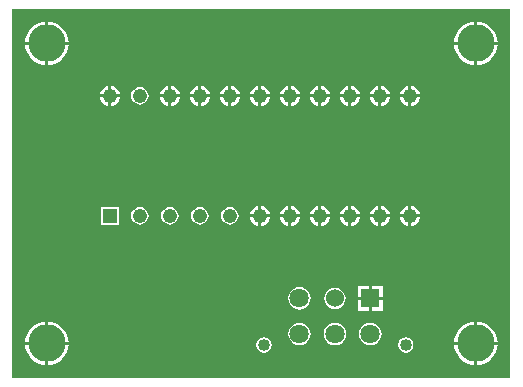
<source format=gtl>
G04*
G04 #@! TF.GenerationSoftware,Altium Limited,Altium Designer,19.1.8 (144)*
G04*
G04 Layer_Physical_Order=1*
G04 Layer_Color=255*
%FSLAX44Y44*%
%MOMM*%
G71*
G01*
G75*
%ADD11C,0.1500*%
%ADD19C,3.1750*%
%ADD20R,1.5830X1.5830*%
%ADD21C,1.6349*%
%ADD22C,1.5301*%
%ADD23C,1.0201*%
%ADD24R,1.2200X1.2200*%
%ADD25C,1.2200*%
G36*
X497790Y2590D02*
X76250D01*
Y314910D01*
X497790D01*
Y2590D01*
D02*
G37*
%LPC*%
G36*
X469900Y304129D02*
Y287020D01*
X487009D01*
X486779Y289360D01*
X485726Y292831D01*
X484016Y296030D01*
X481714Y298834D01*
X478910Y301136D01*
X475711Y302846D01*
X472240Y303899D01*
X469900Y304129D01*
D02*
G37*
G36*
X467360D02*
X465020Y303899D01*
X461549Y302846D01*
X458350Y301136D01*
X455546Y298834D01*
X453244Y296030D01*
X451534Y292831D01*
X450481Y289360D01*
X450251Y287020D01*
X467360D01*
Y304129D01*
D02*
G37*
G36*
X106680D02*
Y287020D01*
X123789D01*
X123559Y289360D01*
X122506Y292831D01*
X120796Y296030D01*
X118494Y298834D01*
X115690Y301136D01*
X112491Y302846D01*
X109020Y303899D01*
X106680Y304129D01*
D02*
G37*
G36*
X104140D02*
X101800Y303899D01*
X98329Y302846D01*
X95130Y301136D01*
X92326Y298834D01*
X90024Y296030D01*
X88314Y292831D01*
X87261Y289360D01*
X87031Y287020D01*
X104140D01*
Y304129D01*
D02*
G37*
G36*
X487009Y284480D02*
X469900D01*
Y267371D01*
X472240Y267601D01*
X475711Y268654D01*
X478910Y270364D01*
X481714Y272666D01*
X484016Y275470D01*
X485726Y278669D01*
X486779Y282140D01*
X487009Y284480D01*
D02*
G37*
G36*
X467360D02*
X450251D01*
X450481Y282140D01*
X451534Y278669D01*
X453244Y275470D01*
X455546Y272666D01*
X458350Y270364D01*
X461549Y268654D01*
X465020Y267601D01*
X467360Y267371D01*
Y284480D01*
D02*
G37*
G36*
X123789D02*
X106680D01*
Y267371D01*
X109020Y267601D01*
X112491Y268654D01*
X115690Y270364D01*
X118494Y272666D01*
X120796Y275470D01*
X122506Y278669D01*
X123559Y282140D01*
X123789Y284480D01*
D02*
G37*
G36*
X104140D02*
X87031D01*
X87261Y282140D01*
X88314Y278669D01*
X90024Y275470D01*
X92326Y272666D01*
X95130Y270364D01*
X98329Y268654D01*
X101800Y267601D01*
X104140Y267371D01*
Y284480D01*
D02*
G37*
G36*
X414020Y249847D02*
Y242570D01*
X421297D01*
X421167Y243556D01*
X420297Y245657D01*
X418912Y247462D01*
X417107Y248847D01*
X415005Y249718D01*
X414020Y249847D01*
D02*
G37*
G36*
X388620D02*
Y242570D01*
X395897D01*
X395768Y243556D01*
X394897Y245657D01*
X393512Y247462D01*
X391707Y248847D01*
X389605Y249718D01*
X388620Y249847D01*
D02*
G37*
G36*
X363220D02*
Y242570D01*
X370497D01*
X370368Y243556D01*
X369497Y245657D01*
X368112Y247462D01*
X366307Y248847D01*
X364205Y249718D01*
X363220Y249847D01*
D02*
G37*
G36*
X337820D02*
Y242570D01*
X345097D01*
X344967Y243556D01*
X344097Y245657D01*
X342712Y247462D01*
X340907Y248847D01*
X338805Y249718D01*
X337820Y249847D01*
D02*
G37*
G36*
X312420D02*
Y242570D01*
X319697D01*
X319568Y243556D01*
X318697Y245657D01*
X317312Y247462D01*
X315507Y248847D01*
X313405Y249718D01*
X312420Y249847D01*
D02*
G37*
G36*
X287020D02*
Y242570D01*
X294297D01*
X294167Y243556D01*
X293297Y245657D01*
X291912Y247462D01*
X290107Y248847D01*
X288005Y249718D01*
X287020Y249847D01*
D02*
G37*
G36*
X261620D02*
Y242570D01*
X268897D01*
X268768Y243556D01*
X267897Y245657D01*
X266512Y247462D01*
X264707Y248847D01*
X262605Y249718D01*
X261620Y249847D01*
D02*
G37*
G36*
X236220D02*
Y242570D01*
X243497D01*
X243368Y243556D01*
X242497Y245657D01*
X241112Y247462D01*
X239307Y248847D01*
X237205Y249718D01*
X236220Y249847D01*
D02*
G37*
G36*
X210820D02*
Y242570D01*
X218097D01*
X217967Y243556D01*
X217097Y245657D01*
X215712Y247462D01*
X213907Y248847D01*
X211805Y249718D01*
X210820Y249847D01*
D02*
G37*
G36*
X160020D02*
Y242570D01*
X167297D01*
X167167Y243556D01*
X166297Y245657D01*
X164912Y247462D01*
X163107Y248847D01*
X161005Y249718D01*
X160020Y249847D01*
D02*
G37*
G36*
X259080D02*
X258095Y249718D01*
X255993Y248847D01*
X254188Y247462D01*
X252803Y245657D01*
X251932Y243556D01*
X251803Y242570D01*
X259080D01*
Y249847D01*
D02*
G37*
G36*
X360680D02*
X359695Y249718D01*
X357593Y248847D01*
X355788Y247462D01*
X354403Y245657D01*
X353532Y243556D01*
X353403Y242570D01*
X360680D01*
Y249847D01*
D02*
G37*
G36*
X335280D02*
X334295Y249718D01*
X332193Y248847D01*
X330388Y247462D01*
X329003Y245657D01*
X328132Y243556D01*
X328003Y242570D01*
X335280D01*
Y249847D01*
D02*
G37*
G36*
X284480D02*
X283494Y249718D01*
X281393Y248847D01*
X279588Y247462D01*
X278203Y245657D01*
X277332Y243556D01*
X277203Y242570D01*
X284480D01*
Y249847D01*
D02*
G37*
G36*
X233680D02*
X232694Y249718D01*
X230593Y248847D01*
X228788Y247462D01*
X227403Y245657D01*
X226532Y243556D01*
X226403Y242570D01*
X233680D01*
Y249847D01*
D02*
G37*
G36*
X386080D02*
X385094Y249718D01*
X382993Y248847D01*
X381188Y247462D01*
X379803Y245657D01*
X378932Y243556D01*
X378803Y242570D01*
X386080D01*
Y249847D01*
D02*
G37*
G36*
X309880D02*
X308895Y249718D01*
X306793Y248847D01*
X304988Y247462D01*
X303603Y245657D01*
X302732Y243556D01*
X302603Y242570D01*
X309880D01*
Y249847D01*
D02*
G37*
G36*
X157480D02*
X156495Y249718D01*
X154393Y248847D01*
X152588Y247462D01*
X151203Y245657D01*
X150332Y243556D01*
X150203Y242570D01*
X157480D01*
Y249847D01*
D02*
G37*
G36*
X208280D02*
X207295Y249718D01*
X205193Y248847D01*
X203388Y247462D01*
X202003Y245657D01*
X201132Y243556D01*
X201003Y242570D01*
X208280D01*
Y249847D01*
D02*
G37*
G36*
X411480D02*
X410494Y249718D01*
X408393Y248847D01*
X406588Y247462D01*
X405203Y245657D01*
X404332Y243556D01*
X404203Y242570D01*
X411480D01*
Y249847D01*
D02*
G37*
G36*
X184150Y248734D02*
X182226Y248480D01*
X180433Y247738D01*
X178894Y246556D01*
X177712Y245017D01*
X176970Y243224D01*
X176716Y241300D01*
X176970Y239376D01*
X177712Y237583D01*
X178894Y236044D01*
X180433Y234862D01*
X182226Y234120D01*
X184150Y233866D01*
X186074Y234120D01*
X187867Y234862D01*
X189406Y236044D01*
X190588Y237583D01*
X191330Y239376D01*
X191583Y241300D01*
X191330Y243224D01*
X190588Y245017D01*
X189406Y246556D01*
X187867Y247738D01*
X186074Y248480D01*
X184150Y248734D01*
D02*
G37*
G36*
X421297Y240030D02*
X414020D01*
Y232753D01*
X415005Y232882D01*
X417107Y233753D01*
X418912Y235138D01*
X420297Y236943D01*
X421167Y239044D01*
X421297Y240030D01*
D02*
G37*
G36*
X319697D02*
X312420D01*
Y232753D01*
X313405Y232882D01*
X315507Y233753D01*
X317312Y235138D01*
X318697Y236943D01*
X319568Y239044D01*
X319697Y240030D01*
D02*
G37*
G36*
X218097D02*
X210820D01*
Y232753D01*
X211805Y232882D01*
X213907Y233753D01*
X215712Y235138D01*
X217097Y236943D01*
X217967Y239044D01*
X218097Y240030D01*
D02*
G37*
G36*
X167297D02*
X160020D01*
Y232753D01*
X161005Y232882D01*
X163107Y233753D01*
X164912Y235138D01*
X166297Y236943D01*
X167167Y239044D01*
X167297Y240030D01*
D02*
G37*
G36*
X395897D02*
X388620D01*
Y232753D01*
X389605Y232882D01*
X391707Y233753D01*
X393512Y235138D01*
X394897Y236943D01*
X395768Y239044D01*
X395897Y240030D01*
D02*
G37*
G36*
X345097D02*
X337820D01*
Y232753D01*
X338805Y232882D01*
X340907Y233753D01*
X342712Y235138D01*
X344097Y236943D01*
X344967Y239044D01*
X345097Y240030D01*
D02*
G37*
G36*
X294297D02*
X287020D01*
Y232753D01*
X288005Y232882D01*
X290107Y233753D01*
X291912Y235138D01*
X293297Y236943D01*
X294167Y239044D01*
X294297Y240030D01*
D02*
G37*
G36*
X243497D02*
X236220D01*
Y232753D01*
X237205Y232882D01*
X239307Y233753D01*
X241112Y235138D01*
X242497Y236943D01*
X243368Y239044D01*
X243497Y240030D01*
D02*
G37*
G36*
X370497D02*
X363220D01*
Y232753D01*
X364205Y232882D01*
X366307Y233753D01*
X368112Y235138D01*
X369497Y236943D01*
X370368Y239044D01*
X370497Y240030D01*
D02*
G37*
G36*
X268897D02*
X261620D01*
Y232753D01*
X262605Y232882D01*
X264707Y233753D01*
X266512Y235138D01*
X267897Y236943D01*
X268768Y239044D01*
X268897Y240030D01*
D02*
G37*
G36*
X360680D02*
X353403D01*
X353532Y239044D01*
X354403Y236943D01*
X355788Y235138D01*
X357593Y233753D01*
X359695Y232882D01*
X360680Y232753D01*
Y240030D01*
D02*
G37*
G36*
X259080D02*
X251803D01*
X251932Y239044D01*
X252803Y236943D01*
X254188Y235138D01*
X255993Y233753D01*
X258095Y232882D01*
X259080Y232753D01*
Y240030D01*
D02*
G37*
G36*
X386080D02*
X378803D01*
X378932Y239044D01*
X379803Y236943D01*
X381188Y235138D01*
X382993Y233753D01*
X385094Y232882D01*
X386080Y232753D01*
Y240030D01*
D02*
G37*
G36*
X335280D02*
X328003D01*
X328132Y239044D01*
X329003Y236943D01*
X330388Y235138D01*
X332193Y233753D01*
X334295Y232882D01*
X335280Y232753D01*
Y240030D01*
D02*
G37*
G36*
X284480D02*
X277203D01*
X277332Y239044D01*
X278203Y236943D01*
X279588Y235138D01*
X281393Y233753D01*
X283494Y232882D01*
X284480Y232753D01*
Y240030D01*
D02*
G37*
G36*
X233680D02*
X226403D01*
X226532Y239044D01*
X227403Y236943D01*
X228788Y235138D01*
X230593Y233753D01*
X232694Y232882D01*
X233680Y232753D01*
Y240030D01*
D02*
G37*
G36*
X208280D02*
X201003D01*
X201132Y239044D01*
X202003Y236943D01*
X203388Y235138D01*
X205193Y233753D01*
X207295Y232882D01*
X208280Y232753D01*
Y240030D01*
D02*
G37*
G36*
X157480D02*
X150203D01*
X150332Y239044D01*
X151203Y236943D01*
X152588Y235138D01*
X154393Y233753D01*
X156495Y232882D01*
X157480Y232753D01*
Y240030D01*
D02*
G37*
G36*
X411480D02*
X404203D01*
X404332Y239044D01*
X405203Y236943D01*
X406588Y235138D01*
X408393Y233753D01*
X410494Y232882D01*
X411480Y232753D01*
Y240030D01*
D02*
G37*
G36*
X309880D02*
X302603D01*
X302732Y239044D01*
X303603Y236943D01*
X304988Y235138D01*
X306793Y233753D01*
X308895Y232882D01*
X309880Y232753D01*
Y240030D01*
D02*
G37*
G36*
X414020Y148247D02*
Y140970D01*
X421297D01*
X421167Y141955D01*
X420297Y144057D01*
X418912Y145862D01*
X417107Y147247D01*
X415005Y148118D01*
X414020Y148247D01*
D02*
G37*
G36*
X388620D02*
Y140970D01*
X395897D01*
X395768Y141955D01*
X394897Y144057D01*
X393512Y145862D01*
X391707Y147247D01*
X389605Y148118D01*
X388620Y148247D01*
D02*
G37*
G36*
X363220D02*
Y140970D01*
X370497D01*
X370368Y141955D01*
X369497Y144057D01*
X368112Y145862D01*
X366307Y147247D01*
X364205Y148118D01*
X363220Y148247D01*
D02*
G37*
G36*
X337820D02*
Y140970D01*
X345097D01*
X344967Y141955D01*
X344097Y144057D01*
X342712Y145862D01*
X340907Y147247D01*
X338805Y148118D01*
X337820Y148247D01*
D02*
G37*
G36*
X312420D02*
Y140970D01*
X319697D01*
X319568Y141955D01*
X318697Y144057D01*
X317312Y145862D01*
X315507Y147247D01*
X313405Y148118D01*
X312420Y148247D01*
D02*
G37*
G36*
X287020D02*
Y140970D01*
X294297D01*
X294167Y141955D01*
X293297Y144057D01*
X291912Y145862D01*
X290107Y147247D01*
X288005Y148118D01*
X287020Y148247D01*
D02*
G37*
G36*
X360680D02*
X359695Y148118D01*
X357593Y147247D01*
X355788Y145862D01*
X354403Y144057D01*
X353532Y141955D01*
X353403Y140970D01*
X360680D01*
Y148247D01*
D02*
G37*
G36*
X411480D02*
X410494Y148118D01*
X408393Y147247D01*
X406588Y145862D01*
X405203Y144057D01*
X404332Y141955D01*
X404203Y140970D01*
X411480D01*
Y148247D01*
D02*
G37*
G36*
X284480D02*
X283494Y148118D01*
X281393Y147247D01*
X279588Y145862D01*
X278203Y144057D01*
X277332Y141955D01*
X277203Y140970D01*
X284480D01*
Y148247D01*
D02*
G37*
G36*
X386080D02*
X385094Y148118D01*
X382993Y147247D01*
X381188Y145862D01*
X379803Y144057D01*
X378932Y141955D01*
X378803Y140970D01*
X386080D01*
Y148247D01*
D02*
G37*
G36*
X335280D02*
X334295Y148118D01*
X332193Y147247D01*
X330388Y145862D01*
X329003Y144057D01*
X328132Y141955D01*
X328003Y140970D01*
X335280D01*
Y148247D01*
D02*
G37*
G36*
X309880D02*
X308895Y148118D01*
X306793Y147247D01*
X304988Y145862D01*
X303603Y144057D01*
X302732Y141955D01*
X302603Y140970D01*
X309880D01*
Y148247D01*
D02*
G37*
G36*
X166120Y147070D02*
X151380D01*
Y132330D01*
X166120D01*
Y147070D01*
D02*
G37*
G36*
X260350Y147134D02*
X258426Y146880D01*
X256633Y146138D01*
X255094Y144956D01*
X253912Y143417D01*
X253170Y141624D01*
X252916Y139700D01*
X253170Y137776D01*
X253912Y135983D01*
X255094Y134444D01*
X256633Y133262D01*
X258426Y132520D01*
X260350Y132266D01*
X262274Y132520D01*
X264067Y133262D01*
X265606Y134444D01*
X266788Y135983D01*
X267530Y137776D01*
X267784Y139700D01*
X267530Y141624D01*
X266788Y143417D01*
X265606Y144956D01*
X264067Y146138D01*
X262274Y146880D01*
X260350Y147134D01*
D02*
G37*
G36*
X234950D02*
X233026Y146880D01*
X231233Y146138D01*
X229694Y144956D01*
X228512Y143417D01*
X227770Y141624D01*
X227516Y139700D01*
X227770Y137776D01*
X228512Y135983D01*
X229694Y134444D01*
X231233Y133262D01*
X233026Y132520D01*
X234950Y132266D01*
X236874Y132520D01*
X238667Y133262D01*
X240206Y134444D01*
X241388Y135983D01*
X242130Y137776D01*
X242383Y139700D01*
X242130Y141624D01*
X241388Y143417D01*
X240206Y144956D01*
X238667Y146138D01*
X236874Y146880D01*
X234950Y147134D01*
D02*
G37*
G36*
X209550D02*
X207626Y146880D01*
X205833Y146138D01*
X204294Y144956D01*
X203112Y143417D01*
X202370Y141624D01*
X202116Y139700D01*
X202370Y137776D01*
X203112Y135983D01*
X204294Y134444D01*
X205833Y133262D01*
X207626Y132520D01*
X209550Y132266D01*
X211474Y132520D01*
X213267Y133262D01*
X214806Y134444D01*
X215988Y135983D01*
X216730Y137776D01*
X216984Y139700D01*
X216730Y141624D01*
X215988Y143417D01*
X214806Y144956D01*
X213267Y146138D01*
X211474Y146880D01*
X209550Y147134D01*
D02*
G37*
G36*
X184150D02*
X182226Y146880D01*
X180433Y146138D01*
X178894Y144956D01*
X177712Y143417D01*
X176970Y141624D01*
X176716Y139700D01*
X176970Y137776D01*
X177712Y135983D01*
X178894Y134444D01*
X180433Y133262D01*
X182226Y132520D01*
X184150Y132266D01*
X186074Y132520D01*
X187867Y133262D01*
X189406Y134444D01*
X190588Y135983D01*
X191330Y137776D01*
X191583Y139700D01*
X191330Y141624D01*
X190588Y143417D01*
X189406Y144956D01*
X187867Y146138D01*
X186074Y146880D01*
X184150Y147134D01*
D02*
G37*
G36*
X319697Y138430D02*
X312420D01*
Y131153D01*
X313405Y131282D01*
X315507Y132153D01*
X317312Y133538D01*
X318697Y135343D01*
X319568Y137444D01*
X319697Y138430D01*
D02*
G37*
G36*
X395897D02*
X388620D01*
Y131153D01*
X389605Y131282D01*
X391707Y132153D01*
X393512Y133538D01*
X394897Y135343D01*
X395768Y137444D01*
X395897Y138430D01*
D02*
G37*
G36*
X345097D02*
X337820D01*
Y131153D01*
X338805Y131282D01*
X340907Y132153D01*
X342712Y133538D01*
X344097Y135343D01*
X344967Y137444D01*
X345097Y138430D01*
D02*
G37*
G36*
X294297D02*
X287020D01*
Y131153D01*
X288005Y131282D01*
X290107Y132153D01*
X291912Y133538D01*
X293297Y135343D01*
X294167Y137444D01*
X294297Y138430D01*
D02*
G37*
G36*
X421297D02*
X414020D01*
Y131153D01*
X415005Y131282D01*
X417107Y132153D01*
X418912Y133538D01*
X420297Y135343D01*
X421167Y137444D01*
X421297Y138430D01*
D02*
G37*
G36*
X370497D02*
X363220D01*
Y131153D01*
X364205Y131282D01*
X366307Y132153D01*
X368112Y133538D01*
X369497Y135343D01*
X370368Y137444D01*
X370497Y138430D01*
D02*
G37*
G36*
X360680D02*
X353403D01*
X353532Y137444D01*
X354403Y135343D01*
X355788Y133538D01*
X357593Y132153D01*
X359695Y131282D01*
X360680Y131153D01*
Y138430D01*
D02*
G37*
G36*
X411480D02*
X404203D01*
X404332Y137444D01*
X405203Y135343D01*
X406588Y133538D01*
X408393Y132153D01*
X410494Y131282D01*
X411480Y131153D01*
Y138430D01*
D02*
G37*
G36*
X386080D02*
X378803D01*
X378932Y137444D01*
X379803Y135343D01*
X381188Y133538D01*
X382993Y132153D01*
X385094Y131282D01*
X386080Y131153D01*
Y138430D01*
D02*
G37*
G36*
X335280D02*
X328003D01*
X328132Y137444D01*
X329003Y135343D01*
X330388Y133538D01*
X332193Y132153D01*
X334295Y131282D01*
X335280Y131153D01*
Y138430D01*
D02*
G37*
G36*
X284480D02*
X277203D01*
X277332Y137444D01*
X278203Y135343D01*
X279588Y133538D01*
X281393Y132153D01*
X283494Y131282D01*
X284480Y131153D01*
Y138430D01*
D02*
G37*
G36*
X309880D02*
X302603D01*
X302732Y137444D01*
X303603Y135343D01*
X304988Y133538D01*
X306793Y132153D01*
X308895Y131282D01*
X309880Y131153D01*
Y138430D01*
D02*
G37*
G36*
X389705Y80305D02*
X380520D01*
Y71120D01*
X389705D01*
Y80305D01*
D02*
G37*
G36*
X377980D02*
X368795D01*
Y71120D01*
X377980D01*
Y80305D01*
D02*
G37*
G36*
X349250Y78847D02*
X346921Y78541D01*
X344751Y77642D01*
X342888Y76212D01*
X341458Y74349D01*
X340559Y72179D01*
X340253Y69850D01*
X340559Y67521D01*
X341458Y65351D01*
X342888Y63488D01*
X344751Y62058D01*
X346921Y61159D01*
X349250Y60853D01*
X351579Y61159D01*
X353749Y62058D01*
X355612Y63488D01*
X357042Y65351D01*
X357941Y67521D01*
X358247Y69850D01*
X357941Y72179D01*
X357042Y74349D01*
X355612Y76212D01*
X353749Y77642D01*
X351579Y78541D01*
X349250Y78847D01*
D02*
G37*
G36*
X319250Y79376D02*
X316785Y79051D01*
X314487Y78100D01*
X312514Y76586D01*
X311000Y74613D01*
X310049Y72316D01*
X309724Y69850D01*
X310049Y67385D01*
X311000Y65087D01*
X312514Y63114D01*
X314487Y61600D01*
X316785Y60649D01*
X319250Y60324D01*
X321716Y60649D01*
X324013Y61600D01*
X325986Y63114D01*
X327500Y65087D01*
X328451Y67385D01*
X328776Y69850D01*
X328451Y72316D01*
X327500Y74613D01*
X325986Y76586D01*
X324013Y78100D01*
X321716Y79051D01*
X319250Y79376D01*
D02*
G37*
G36*
X389705Y68580D02*
X380520D01*
Y59395D01*
X389705D01*
Y68580D01*
D02*
G37*
G36*
X377980D02*
X368795D01*
Y59395D01*
X377980D01*
Y68580D01*
D02*
G37*
G36*
X469900Y50129D02*
Y33020D01*
X487009D01*
X486779Y35360D01*
X485726Y38831D01*
X484016Y42030D01*
X481714Y44834D01*
X478910Y47136D01*
X475711Y48846D01*
X472240Y49899D01*
X469900Y50129D01*
D02*
G37*
G36*
X467360D02*
X465020Y49899D01*
X461549Y48846D01*
X458350Y47136D01*
X455546Y44834D01*
X453244Y42030D01*
X451534Y38831D01*
X450481Y35360D01*
X450251Y33020D01*
X467360D01*
Y50129D01*
D02*
G37*
G36*
X106680D02*
Y33020D01*
X123789D01*
X123559Y35360D01*
X122506Y38831D01*
X120796Y42030D01*
X118494Y44834D01*
X115690Y47136D01*
X112491Y48846D01*
X109020Y49899D01*
X106680Y50129D01*
D02*
G37*
G36*
X104140D02*
X101800Y49899D01*
X98329Y48846D01*
X95130Y47136D01*
X92326Y44834D01*
X90024Y42030D01*
X88314Y38831D01*
X87261Y35360D01*
X87031Y33020D01*
X104140D01*
Y50129D01*
D02*
G37*
G36*
X379250Y49376D02*
X376785Y49051D01*
X374487Y48100D01*
X372514Y46586D01*
X371000Y44613D01*
X370049Y42316D01*
X369724Y39850D01*
X370049Y37385D01*
X371000Y35087D01*
X372514Y33114D01*
X374487Y31600D01*
X376785Y30649D01*
X379250Y30324D01*
X381715Y30649D01*
X384013Y31600D01*
X385986Y33114D01*
X387500Y35087D01*
X388451Y37385D01*
X388776Y39850D01*
X388451Y42316D01*
X387500Y44613D01*
X385986Y46586D01*
X384013Y48100D01*
X381715Y49051D01*
X379250Y49376D01*
D02*
G37*
G36*
X349250D02*
X346785Y49051D01*
X344487Y48100D01*
X342514Y46586D01*
X341000Y44613D01*
X340049Y42316D01*
X339724Y39850D01*
X340049Y37385D01*
X341000Y35087D01*
X342514Y33114D01*
X344487Y31600D01*
X346785Y30649D01*
X349250Y30324D01*
X351716Y30649D01*
X354013Y31600D01*
X355986Y33114D01*
X357500Y35087D01*
X358451Y37385D01*
X358776Y39850D01*
X358451Y42316D01*
X357500Y44613D01*
X355986Y46586D01*
X354013Y48100D01*
X351716Y49051D01*
X349250Y49376D01*
D02*
G37*
G36*
X319250D02*
X316785Y49051D01*
X314487Y48100D01*
X312514Y46586D01*
X311000Y44613D01*
X310049Y42316D01*
X309724Y39850D01*
X310049Y37385D01*
X311000Y35087D01*
X312514Y33114D01*
X314487Y31600D01*
X316785Y30649D01*
X319250Y30324D01*
X321716Y30649D01*
X324013Y31600D01*
X325986Y33114D01*
X327500Y35087D01*
X328451Y37385D01*
X328776Y39850D01*
X328451Y42316D01*
X327500Y44613D01*
X325986Y46586D01*
X324013Y48100D01*
X321716Y49051D01*
X319250Y49376D01*
D02*
G37*
G36*
X409250Y36945D02*
X406764Y36450D01*
X404657Y35042D01*
X403249Y32935D01*
X402755Y30450D01*
X403249Y27964D01*
X404657Y25857D01*
X406764Y24449D01*
X409250Y23954D01*
X411735Y24449D01*
X413843Y25857D01*
X415251Y27964D01*
X415745Y30450D01*
X415251Y32935D01*
X413843Y35042D01*
X411735Y36450D01*
X409250Y36945D01*
D02*
G37*
G36*
X289250D02*
X286765Y36450D01*
X284657Y35042D01*
X283249Y32935D01*
X282755Y30450D01*
X283249Y27964D01*
X284657Y25857D01*
X286765Y24449D01*
X289250Y23954D01*
X291736Y24449D01*
X293843Y25857D01*
X295251Y27964D01*
X295745Y30450D01*
X295251Y32935D01*
X293843Y35042D01*
X291736Y36450D01*
X289250Y36945D01*
D02*
G37*
G36*
X487009Y30480D02*
X469900D01*
Y13371D01*
X472240Y13601D01*
X475711Y14654D01*
X478910Y16364D01*
X481714Y18666D01*
X484016Y21470D01*
X485726Y24669D01*
X486779Y28140D01*
X487009Y30480D01*
D02*
G37*
G36*
X467360D02*
X450251D01*
X450481Y28140D01*
X451534Y24669D01*
X453244Y21470D01*
X455546Y18666D01*
X458350Y16364D01*
X461549Y14654D01*
X465020Y13601D01*
X467360Y13371D01*
Y30480D01*
D02*
G37*
G36*
X123789D02*
X106680D01*
Y13371D01*
X109020Y13601D01*
X112491Y14654D01*
X115690Y16364D01*
X118494Y18666D01*
X120796Y21470D01*
X122506Y24669D01*
X123559Y28140D01*
X123789Y30480D01*
D02*
G37*
G36*
X104140D02*
X87031D01*
X87261Y28140D01*
X88314Y24669D01*
X90024Y21470D01*
X92326Y18666D01*
X95130Y16364D01*
X98329Y14654D01*
X101800Y13601D01*
X104140Y13371D01*
Y30480D01*
D02*
G37*
%LPD*%
D11*
X216233Y99260D02*
X222897D01*
X224230Y97927D01*
Y95261D01*
X222897Y93928D01*
X216233D01*
X224230Y91263D02*
Y88597D01*
Y89930D01*
X216233D01*
X217565Y91263D01*
D19*
X105410Y31750D02*
D03*
X468630D02*
D03*
Y285750D02*
D03*
X105410D02*
D03*
D20*
X379250Y69850D02*
D03*
D21*
X319250D02*
D03*
X379250Y39850D02*
D03*
X349250D02*
D03*
X319250D02*
D03*
D22*
X349250Y69850D02*
D03*
D23*
X409250Y30450D02*
D03*
X289250D02*
D03*
D24*
X158750Y139700D02*
D03*
D25*
X184150D02*
D03*
X209550D02*
D03*
X234950D02*
D03*
X260350D02*
D03*
X285750D02*
D03*
X311150D02*
D03*
X336550D02*
D03*
X361950D02*
D03*
X387350D02*
D03*
X412750D02*
D03*
Y241300D02*
D03*
X387350D02*
D03*
X361950D02*
D03*
X336550D02*
D03*
X311150D02*
D03*
X285750D02*
D03*
X260350D02*
D03*
X234950D02*
D03*
X209550D02*
D03*
X184150D02*
D03*
X158750D02*
D03*
M02*

</source>
